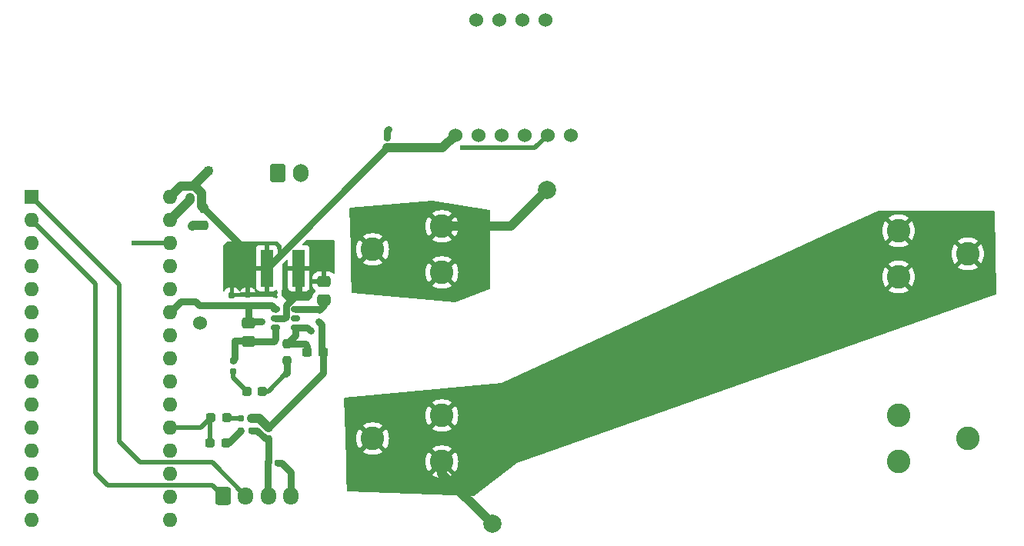
<source format=gbr>
%TF.GenerationSoftware,KiCad,Pcbnew,8.0.8*%
%TF.CreationDate,2025-03-07T18:47:05-08:00*%
%TF.ProjectId,ROCKETRY Camera PCB,524f434b-4554-4525-9920-43616d657261,Rev2.3*%
%TF.SameCoordinates,Original*%
%TF.FileFunction,Copper,L1,Top*%
%TF.FilePolarity,Positive*%
%FSLAX46Y46*%
G04 Gerber Fmt 4.6, Leading zero omitted, Abs format (unit mm)*
G04 Created by KiCad (PCBNEW 8.0.8) date 2025-03-07 18:47:05*
%MOMM*%
%LPD*%
G01*
G04 APERTURE LIST*
G04 Aperture macros list*
%AMRoundRect*
0 Rectangle with rounded corners*
0 $1 Rounding radius*
0 $2 $3 $4 $5 $6 $7 $8 $9 X,Y pos of 4 corners*
0 Add a 4 corners polygon primitive as box body*
4,1,4,$2,$3,$4,$5,$6,$7,$8,$9,$2,$3,0*
0 Add four circle primitives for the rounded corners*
1,1,$1+$1,$2,$3*
1,1,$1+$1,$4,$5*
1,1,$1+$1,$6,$7*
1,1,$1+$1,$8,$9*
0 Add four rect primitives between the rounded corners*
20,1,$1+$1,$2,$3,$4,$5,0*
20,1,$1+$1,$4,$5,$6,$7,0*
20,1,$1+$1,$6,$7,$8,$9,0*
20,1,$1+$1,$8,$9,$2,$3,0*%
G04 Aperture macros list end*
%TA.AperFunction,SMDPad,CuDef*%
%ADD10RoundRect,0.175000X-0.325000X0.175000X-0.325000X-0.175000X0.325000X-0.175000X0.325000X0.175000X0*%
%TD*%
%TA.AperFunction,SMDPad,CuDef*%
%ADD11RoundRect,0.237500X-0.237500X0.250000X-0.237500X-0.250000X0.237500X-0.250000X0.237500X0.250000X0*%
%TD*%
%TA.AperFunction,SMDPad,CuDef*%
%ADD12RoundRect,0.160000X-0.160000X0.197500X-0.160000X-0.197500X0.160000X-0.197500X0.160000X0.197500X0*%
%TD*%
%TA.AperFunction,ComponentPad*%
%ADD13RoundRect,0.250000X-0.600000X-0.725000X0.600000X-0.725000X0.600000X0.725000X-0.600000X0.725000X0*%
%TD*%
%TA.AperFunction,ComponentPad*%
%ADD14O,1.700000X1.950000*%
%TD*%
%TA.AperFunction,ComponentPad*%
%ADD15R,1.600000X1.600000*%
%TD*%
%TA.AperFunction,ComponentPad*%
%ADD16O,1.600000X1.600000*%
%TD*%
%TA.AperFunction,SMDPad,CuDef*%
%ADD17RoundRect,0.155000X0.155000X-0.212500X0.155000X0.212500X-0.155000X0.212500X-0.155000X-0.212500X0*%
%TD*%
%TA.AperFunction,SMDPad,CuDef*%
%ADD18RoundRect,0.237500X0.300000X0.237500X-0.300000X0.237500X-0.300000X-0.237500X0.300000X-0.237500X0*%
%TD*%
%TA.AperFunction,SMDPad,CuDef*%
%ADD19RoundRect,0.237500X-0.287500X-0.237500X0.287500X-0.237500X0.287500X0.237500X-0.287500X0.237500X0*%
%TD*%
%TA.AperFunction,ComponentPad*%
%ADD20R,0.850000X0.850000*%
%TD*%
%TA.AperFunction,SMDPad,CuDef*%
%ADD21RoundRect,0.155000X-0.212500X-0.155000X0.212500X-0.155000X0.212500X0.155000X-0.212500X0.155000X0*%
%TD*%
%TA.AperFunction,SMDPad,CuDef*%
%ADD22RoundRect,0.160000X0.197500X0.160000X-0.197500X0.160000X-0.197500X-0.160000X0.197500X-0.160000X0*%
%TD*%
%TA.AperFunction,ComponentPad*%
%ADD23C,2.590800*%
%TD*%
%TA.AperFunction,SMDPad,CuDef*%
%ADD24RoundRect,0.237500X0.287500X0.237500X-0.287500X0.237500X-0.287500X-0.237500X0.287500X-0.237500X0*%
%TD*%
%TA.AperFunction,SMDPad,CuDef*%
%ADD25C,2.000000*%
%TD*%
%TA.AperFunction,SMDPad,CuDef*%
%ADD26RoundRect,0.155000X-0.155000X0.212500X-0.155000X-0.212500X0.155000X-0.212500X0.155000X0.212500X0*%
%TD*%
%TA.AperFunction,ComponentPad*%
%ADD27RoundRect,0.250000X-0.600000X-0.750000X0.600000X-0.750000X0.600000X0.750000X-0.600000X0.750000X0*%
%TD*%
%TA.AperFunction,ComponentPad*%
%ADD28O,1.700000X2.000000*%
%TD*%
%TA.AperFunction,SMDPad,CuDef*%
%ADD29RoundRect,0.250000X-0.475000X0.337500X-0.475000X-0.337500X0.475000X-0.337500X0.475000X0.337500X0*%
%TD*%
%TA.AperFunction,SMDPad,CuDef*%
%ADD30RoundRect,0.250000X0.475000X-0.337500X0.475000X0.337500X-0.475000X0.337500X-0.475000X-0.337500X0*%
%TD*%
%TA.AperFunction,ComponentPad*%
%ADD31C,1.524000*%
%TD*%
%TA.AperFunction,SMDPad,CuDef*%
%ADD32R,1.365000X4.070000*%
%TD*%
%TA.AperFunction,ViaPad*%
%ADD33C,0.600000*%
%TD*%
%TA.AperFunction,Conductor*%
%ADD34C,0.508000*%
%TD*%
%TA.AperFunction,Conductor*%
%ADD35C,1.016000*%
%TD*%
%TA.AperFunction,Conductor*%
%ADD36C,0.762000*%
%TD*%
G04 APERTURE END LIST*
D10*
%TO.P,U2,1,GND*%
%TO.N,GND*%
X113820000Y-93490000D03*
%TO.P,U2,2,SW*%
%TO.N,Net-(U2-SW)*%
X113820000Y-94490000D03*
%TO.P,U2,3,VIN*%
%TO.N,Net-(J1-Pin_1)*%
X113820000Y-95490000D03*
%TO.P,U2,6,BST*%
%TO.N,Net-(U2-BST)*%
X116020000Y-93490000D03*
%TO.P,U2,5,EN*%
%TO.N,unconnected-(U2-EN-Pad5)*%
X116020000Y-94490000D03*
%TO.P,U2,4,FB*%
%TO.N,Net-(U2-FB)*%
X116020000Y-95490000D03*
%TD*%
D11*
%TO.P,R3,1*%
%TO.N,Net-(U2-FB)*%
X115040000Y-97297500D03*
%TO.P,R3,2*%
%TO.N,GND*%
X115040000Y-99122500D03*
%TD*%
D12*
%TO.P,R5,1*%
%TO.N,+5V*%
X113000000Y-106502500D03*
%TO.P,R5,2*%
%TO.N,Net-(J2-Pin_3)*%
X113000000Y-107697500D03*
%TD*%
D13*
%TO.P,J2,1,Pin_1*%
%TO.N,Net-(A1-D0{slash}RX)*%
X108010000Y-114029000D03*
D14*
%TO.P,J2,2,Pin_2*%
%TO.N,Net-(A1-D1{slash}TX)*%
X110510000Y-114029000D03*
%TO.P,J2,3,Pin_3*%
%TO.N,Net-(J2-Pin_3)*%
X113010000Y-114029000D03*
%TO.P,J2,4,Pin_4*%
%TO.N,GND*%
X115510000Y-114029000D03*
%TD*%
D15*
%TO.P,A1,1,D1/TX*%
%TO.N,Net-(A1-D1{slash}TX)*%
X86960000Y-81100000D03*
D16*
%TO.P,A1,2,D0/RX*%
%TO.N,Net-(A1-D0{slash}RX)*%
X86960000Y-83640000D03*
%TO.P,A1,3,~{RESET}*%
%TO.N,Net-(A1-~{RESET}-Pad28)*%
X86960000Y-86180000D03*
%TO.P,A1,4,GND*%
%TO.N,GND*%
X86960000Y-88720000D03*
%TO.P,A1,5,D2*%
X86960000Y-91260000D03*
%TO.P,A1,6,D3*%
X86960000Y-93800000D03*
%TO.P,A1,7,D4*%
X86960000Y-96340000D03*
%TO.P,A1,8,D5*%
X86960000Y-98880000D03*
%TO.P,A1,9,D6*%
X86960000Y-101420000D03*
%TO.P,A1,10,D7*%
X86960000Y-103960000D03*
%TO.P,A1,11,D8*%
X86960000Y-106500000D03*
%TO.P,A1,12,D9*%
X86960000Y-109040000D03*
%TO.P,A1,13,D10*%
X86960000Y-111580000D03*
%TO.P,A1,14,D11*%
X86960000Y-114120000D03*
%TO.P,A1,15,D12*%
X86960000Y-116660000D03*
%TO.P,A1,16,D13*%
X102200000Y-116660000D03*
%TO.P,A1,17,3V3*%
%TO.N,unconnected-(A1-3V3-Pad17)*%
X102200000Y-114120000D03*
%TO.P,A1,18,AREF*%
%TO.N,GND*%
X102200000Y-111580000D03*
%TO.P,A1,19,A0*%
X102200000Y-109040000D03*
%TO.P,A1,20,A1*%
X102200000Y-106500000D03*
%TO.P,A1,21,A2*%
X102200000Y-103960000D03*
%TO.P,A1,22,A3*%
X102200000Y-101420000D03*
%TO.P,A1,23,A4*%
%TO.N,/SDA*%
X102200000Y-98880000D03*
%TO.P,A1,24,A5*%
%TO.N,/SCL*%
X102200000Y-96340000D03*
%TO.P,A1,25,A6*%
%TO.N,GND*%
X102200000Y-93800000D03*
%TO.P,A1,26,A7*%
X102200000Y-91260000D03*
%TO.P,A1,27,+5V*%
%TO.N,Net-(A1-+5V)*%
X102200000Y-88720000D03*
%TO.P,A1,28,~{RESET}*%
%TO.N,Net-(A1-~{RESET}-Pad28)*%
X102200000Y-86180000D03*
%TO.P,A1,29,GND*%
%TO.N,GND*%
X102200000Y-83640000D03*
%TO.P,A1,30,VIN*%
%TO.N,+5V*%
X102200000Y-81100000D03*
%TD*%
D11*
%TO.P,R8,1*%
%TO.N,+5V*%
X105918000Y-82399500D03*
%TO.P,R8,2*%
%TO.N,Net-(A1-~{RESET}-Pad28)*%
X105918000Y-84224500D03*
%TD*%
D17*
%TO.P,C1,1*%
%TO.N,+5V*%
X126100000Y-75700000D03*
%TO.P,C1,2*%
%TO.N,GND*%
X126100000Y-74565000D03*
%TD*%
D18*
%TO.P,C4,1*%
%TO.N,+5V*%
X119002500Y-98220000D03*
%TO.P,C4,2*%
%TO.N,Net-(U2-FB)*%
X117277500Y-98220000D03*
%TD*%
D19*
%TO.P,D2,1,K*%
%TO.N,GND*%
X106593000Y-108221000D03*
%TO.P,D2,2,A*%
%TO.N,Net-(D2-A)*%
X108343000Y-108221000D03*
%TD*%
%TO.P,D3,1,K*%
%TO.N,GND*%
X106693000Y-105396000D03*
%TO.P,D3,2,A*%
%TO.N,Net-(D3-A)*%
X108443000Y-105396000D03*
%TD*%
D20*
%TO.P,J5,1,Pin_1*%
%TO.N,+5V*%
X106426000Y-78232000D03*
%TD*%
D21*
%TO.P,C5,1*%
%TO.N,Net-(J2-Pin_3)*%
X112932500Y-110400000D03*
%TO.P,C5,2*%
%TO.N,GND*%
X114067500Y-110400000D03*
%TD*%
D12*
%TO.P,R1,1*%
%TO.N,Net-(J1-Pin_1)*%
X109100000Y-99100000D03*
%TO.P,R1,2*%
%TO.N,Net-(D1-A)*%
X109100000Y-100295000D03*
%TD*%
D22*
%TO.P,R4,1*%
%TO.N,Net-(J2-Pin_3)*%
X111200000Y-106800000D03*
%TO.P,R4,2*%
%TO.N,Net-(D2-A)*%
X110005000Y-106800000D03*
%TD*%
D23*
%TO.P,BT2,1,+*%
%TO.N,+BATT*%
X124492000Y-107696000D03*
X132112000Y-105156000D03*
X132112000Y-110236000D03*
%TO.P,BT2,2,-*%
%TO.N,GND*%
X182372000Y-105156000D03*
X182372000Y-110236000D03*
X189992000Y-107696000D03*
%TD*%
%TO.P,BT1,1,+*%
%TO.N,VCC*%
X124492000Y-86868000D03*
X132112000Y-84328000D03*
X132112000Y-89408000D03*
%TO.P,BT1,2,-*%
%TO.N,+BATT*%
X182372000Y-84828000D03*
X182372000Y-89908000D03*
X189992000Y-87368000D03*
%TD*%
D22*
%TO.P,R7,1*%
%TO.N,+5V*%
X111165500Y-105496000D03*
%TO.P,R7,2*%
%TO.N,Net-(D3-A)*%
X109970500Y-105496000D03*
%TD*%
D24*
%TO.P,D1,1,K*%
%TO.N,GND*%
X112375000Y-102500000D03*
%TO.P,D1,2,A*%
%TO.N,Net-(D1-A)*%
X110625000Y-102500000D03*
%TD*%
D25*
%TO.P,BATT2,1,1*%
%TO.N,VCC*%
X143700000Y-80300000D03*
%TD*%
D26*
%TO.P,C8,1*%
%TO.N,+5V*%
X110770000Y-91865000D03*
%TO.P,C8,2*%
%TO.N,GND*%
X110770000Y-93000000D03*
%TD*%
%TO.P,C6,2*%
%TO.N,GND*%
X109000000Y-93030000D03*
%TO.P,C6,1*%
%TO.N,+5V*%
X109000000Y-91895000D03*
%TD*%
D27*
%TO.P,J1,1,Pin_1*%
%TO.N,Net-(J1-Pin_1)*%
X114066000Y-78469000D03*
D28*
%TO.P,J1,2,Pin_2*%
%TO.N,VCC*%
X116566000Y-78469000D03*
%TD*%
D29*
%TO.P,C3,1*%
%TO.N,Net-(U2-SW)*%
X119100000Y-90382500D03*
%TO.P,C3,2*%
%TO.N,Net-(U2-BST)*%
X119100000Y-92457500D03*
%TD*%
D25*
%TO.P,BATT1,1,1*%
%TO.N,+BATT*%
X137668000Y-117094000D03*
%TD*%
D30*
%TO.P,C2,1*%
%TO.N,Net-(J1-Pin_1)*%
X110800000Y-97037500D03*
%TO.P,C2,2*%
%TO.N,GND*%
X110800000Y-94962500D03*
%TD*%
D31*
%TO.P,J4,1,Pin_1*%
%TO.N,Net-(A1-+5V)*%
X105500000Y-95000000D03*
%TD*%
D22*
%TO.P,R2,1*%
%TO.N,+5V*%
X118847500Y-95850000D03*
%TO.P,R2,2*%
%TO.N,Net-(U2-FB)*%
X117652500Y-95850000D03*
%TD*%
D31*
%TO.P,U1,1,GND*%
%TO.N,GND*%
X135880000Y-61600000D03*
%TO.P,U1,2,I2*%
X138420000Y-61600000D03*
%TO.P,U1,3,SNO*%
X140960000Y-61600000D03*
%TO.P,U1,4,CS*%
X143500000Y-61600000D03*
%TO.P,U1,5,VIN*%
%TO.N,+5V*%
X133594000Y-74300000D03*
%TO.P,U1,6,GND*%
%TO.N,GND*%
X138674000Y-74300000D03*
%TO.P,U1,7,SCL*%
%TO.N,/SCL*%
X141214000Y-74300000D03*
%TO.P,U1,8,SDA*%
%TO.N,/SDA*%
X143754000Y-74300000D03*
%TO.P,U1,9,INT*%
%TO.N,GND*%
X146294000Y-74300000D03*
%TO.P,U1,10,3Vo*%
%TO.N,unconnected-(U1-3Vo-Pad10)*%
X136134000Y-74300000D03*
%TD*%
D17*
%TO.P,C7,1*%
%TO.N,GND*%
X104400000Y-81067500D03*
%TO.P,C7,2*%
%TO.N,+5V*%
X104400000Y-79932500D03*
%TD*%
D32*
%TO.P,L1,1,1*%
%TO.N,Net-(U2-SW)*%
X116350000Y-88940000D03*
%TO.P,L1,2,2*%
%TO.N,+5V*%
X112822500Y-88925000D03*
%TD*%
D33*
%TO.N,Net-(J1-Pin_1)*%
X109300000Y-96900000D03*
%TO.N,GND*%
X112300000Y-94800000D03*
X114900000Y-100600000D03*
%TO.N,+5V*%
X110700000Y-90400000D03*
X118500000Y-94800000D03*
%TO.N,GND*%
X126238000Y-73660000D03*
%TO.N,Net-(A1-~{RESET}-Pad28)*%
X104648000Y-84328000D03*
X98200000Y-86200000D03*
%TO.N,/SDA*%
X134366000Y-75692000D03*
%TD*%
D34*
%TO.N,GND*%
X106593000Y-105496000D02*
X106693000Y-105396000D01*
X106593000Y-108221000D02*
X106593000Y-105496000D01*
D35*
%TO.N,Net-(A1-~{RESET}-Pad28)*%
X104648000Y-84328000D02*
X104751500Y-84224500D01*
X104751500Y-84224500D02*
X105918000Y-84224500D01*
D34*
X102180000Y-86200000D02*
X102200000Y-86180000D01*
X98200000Y-86200000D02*
X102180000Y-86200000D01*
%TO.N,Net-(A1-D0{slash}RX)*%
X94000000Y-111500000D02*
X95334000Y-112834000D01*
X94000000Y-90680000D02*
X94000000Y-111500000D01*
X95334000Y-112834000D02*
X106815000Y-112834000D01*
X106815000Y-112834000D02*
X108010000Y-114029000D01*
X86960000Y-83640000D02*
X94000000Y-90680000D01*
%TO.N,Net-(A1-D1{slash}TX)*%
X106807000Y-110326000D02*
X110510000Y-114029000D01*
X96600000Y-108000000D02*
X98926000Y-110326000D01*
X96600000Y-90740000D02*
X96600000Y-108000000D01*
X86960000Y-81100000D02*
X96600000Y-90740000D01*
X98926000Y-110326000D02*
X106807000Y-110326000D01*
D36*
%TO.N,+5V*%
X126047500Y-75700000D02*
X126100000Y-75700000D01*
X112822500Y-88925000D02*
X126047500Y-75700000D01*
D35*
X104903684Y-79932500D02*
X104400000Y-79932500D01*
X105664000Y-80692816D02*
X104903684Y-79932500D01*
X105664000Y-81026000D02*
X105664000Y-80692816D01*
D36*
X119002500Y-100500000D02*
X113000000Y-106502500D01*
X119002500Y-98220000D02*
X119002500Y-100500000D01*
D34*
%TO.N,GND*%
X113000000Y-102500000D02*
X114900000Y-100600000D01*
X112375000Y-102500000D02*
X113000000Y-102500000D01*
%TO.N,Net-(D1-A)*%
X109100000Y-100975000D02*
X110625000Y-102500000D01*
X109100000Y-100295000D02*
X109100000Y-100975000D01*
D36*
%TO.N,Net-(J1-Pin_1)*%
X109300000Y-98900000D02*
X109100000Y-99100000D01*
X109300000Y-96900000D02*
X109300000Y-98900000D01*
X110662500Y-96900000D02*
X110800000Y-97037500D01*
X109300000Y-96900000D02*
X110662500Y-96900000D01*
%TO.N,GND*%
X112300000Y-94800000D02*
X110962500Y-94800000D01*
X110962500Y-94800000D02*
X110800000Y-94962500D01*
X109030000Y-93000000D02*
X109000000Y-93030000D01*
X110770000Y-93000000D02*
X109030000Y-93000000D01*
X115040000Y-100460000D02*
X114900000Y-100600000D01*
X115040000Y-99122500D02*
X115040000Y-100460000D01*
%TO.N,+5V*%
X110700000Y-87181500D02*
X105918000Y-82399500D01*
X110700000Y-90400000D02*
X110700000Y-87181500D01*
X118847500Y-95147500D02*
X118500000Y-94800000D01*
X118847500Y-95850000D02*
X118847500Y-95147500D01*
%TO.N,GND*%
X103400000Y-92600000D02*
X102200000Y-93800000D01*
X109000000Y-93030000D02*
X105435289Y-93030000D01*
X105435289Y-93030000D02*
X105005289Y-92600000D01*
X105005289Y-92600000D02*
X103400000Y-92600000D01*
X113400000Y-93000000D02*
X110770000Y-93000000D01*
X113820000Y-93420000D02*
X113400000Y-93000000D01*
X113820000Y-93490000D02*
X113820000Y-93420000D01*
X110800000Y-93030000D02*
X110770000Y-93000000D01*
X110800000Y-94962500D02*
X110800000Y-93030000D01*
%TO.N,Net-(J1-Pin_1)*%
X112862500Y-97037500D02*
X110800000Y-97037500D01*
X113600000Y-97000000D02*
X112900000Y-97000000D01*
X112900000Y-97000000D02*
X112862500Y-97037500D01*
X113820000Y-96780000D02*
X113600000Y-97000000D01*
X113820000Y-95490000D02*
X113820000Y-96780000D01*
%TO.N,+5V*%
X118847500Y-98065000D02*
X119002500Y-98220000D01*
X118847500Y-95850000D02*
X118847500Y-98065000D01*
%TO.N,Net-(U2-FB)*%
X117277500Y-98220000D02*
X117277500Y-97477500D01*
X117277500Y-97477500D02*
X117097500Y-97297500D01*
X117097500Y-97297500D02*
X115040000Y-97297500D01*
X116020000Y-96317500D02*
X115040000Y-97297500D01*
X116020000Y-95490000D02*
X116020000Y-96317500D01*
X117650000Y-95850000D02*
X117290000Y-95490000D01*
X117652500Y-95850000D02*
X117650000Y-95850000D01*
X117290000Y-95490000D02*
X116020000Y-95490000D01*
%TO.N,Net-(U2-BST)*%
X118590000Y-93490000D02*
X116020000Y-93490000D01*
X118600000Y-93500000D02*
X118590000Y-93490000D01*
X119100000Y-93000000D02*
X118600000Y-93500000D01*
X119100000Y-92457500D02*
X119100000Y-93000000D01*
%TO.N,Net-(U2-SW)*%
X116300000Y-88990000D02*
X116350000Y-88940000D01*
X116136004Y-91800000D02*
X116300000Y-91800000D01*
X114939000Y-92997004D02*
X116136004Y-91800000D01*
X114939000Y-94261000D02*
X114939000Y-92997004D01*
X116300000Y-91800000D02*
X116300000Y-88990000D01*
X114700000Y-94500000D02*
X114939000Y-94261000D01*
X114690000Y-94490000D02*
X114700000Y-94500000D01*
X113820000Y-94490000D02*
X114690000Y-94490000D01*
D35*
%TO.N,GND*%
X104400000Y-81440000D02*
X104400000Y-81148500D01*
D36*
X126100000Y-74565000D02*
X126100000Y-73798000D01*
X115510000Y-111410000D02*
X115510000Y-114029000D01*
D35*
X102200000Y-83640000D02*
X104400000Y-81440000D01*
D36*
X114067500Y-110400000D02*
X114500000Y-110400000D01*
D34*
X102200000Y-106500000D02*
X105589000Y-106500000D01*
D36*
X126100000Y-73798000D02*
X126238000Y-73660000D01*
D34*
X105589000Y-106500000D02*
X106693000Y-105396000D01*
D36*
X114500000Y-110400000D02*
X115510000Y-111410000D01*
D35*
%TO.N,+5V*%
X105664000Y-82145500D02*
X105918000Y-82399500D01*
X104725500Y-79932500D02*
X106426000Y-78232000D01*
X111165500Y-105496000D02*
X111993500Y-105496000D01*
X105664000Y-81026000D02*
X105664000Y-82145500D01*
X104400000Y-79932500D02*
X104725500Y-79932500D01*
X132194000Y-75700000D02*
X126100000Y-75700000D01*
X102200000Y-81100000D02*
X103367500Y-79932500D01*
X111993500Y-105496000D02*
X113000000Y-106502500D01*
X133594000Y-74300000D02*
X132194000Y-75700000D01*
X103367500Y-79932500D02*
X104400000Y-79932500D01*
D36*
%TO.N,Net-(D2-A)*%
X108343000Y-108221000D02*
X108584000Y-108221000D01*
X108584000Y-108221000D02*
X110005000Y-106800000D01*
D34*
%TO.N,Net-(D3-A)*%
X108543000Y-105496000D02*
X108443000Y-105396000D01*
X109970500Y-105496000D02*
X108543000Y-105496000D01*
%TO.N,/SDA*%
X142362000Y-75692000D02*
X143754000Y-74300000D01*
X134366000Y-75692000D02*
X142362000Y-75692000D01*
D35*
%TO.N,+BATT*%
X132112000Y-111538000D02*
X137668000Y-117094000D01*
X132112000Y-110236000D02*
X132112000Y-111538000D01*
%TO.N,VCC*%
X132112000Y-84328000D02*
X139672000Y-84328000D01*
X139672000Y-84328000D02*
X143700000Y-80300000D01*
D36*
%TO.N,Net-(J2-Pin_3)*%
X112932500Y-113951500D02*
X113010000Y-114029000D01*
X111757422Y-106800000D02*
X112654922Y-107697500D01*
X111200000Y-106800000D02*
X111757422Y-106800000D01*
X112654922Y-107697500D02*
X113000000Y-107697500D01*
X113000000Y-110332500D02*
X112932500Y-110400000D01*
X113000000Y-107697500D02*
X113000000Y-110332500D01*
X112932500Y-110400000D02*
X112932500Y-113951500D01*
%TD*%
%TA.AperFunction,Conductor*%
%TO.N,VCC*%
G36*
X131078875Y-81536380D02*
G01*
X137309592Y-82533294D01*
X137372678Y-82563323D01*
X137409516Y-82622693D01*
X137414000Y-82655737D01*
X137414000Y-91102048D01*
X137394315Y-91169087D01*
X137341511Y-91214842D01*
X137336052Y-91217179D01*
X133631514Y-92698994D01*
X133574483Y-92707376D01*
X122283992Y-91703777D01*
X122218959Y-91678234D01*
X122178059Y-91621586D01*
X122171016Y-91583617D01*
X122112216Y-89407995D01*
X130311566Y-89407995D01*
X130311566Y-89408004D01*
X130331673Y-89676331D01*
X130331674Y-89676336D01*
X130391550Y-89938673D01*
X130391556Y-89938692D01*
X130489865Y-90189179D01*
X130489864Y-90189179D01*
X130624414Y-90422224D01*
X130677567Y-90488877D01*
X130677568Y-90488877D01*
X131311140Y-89855304D01*
X131401739Y-89990896D01*
X131529104Y-90118261D01*
X131664693Y-90208858D01*
X131030159Y-90843392D01*
X131211789Y-90967225D01*
X131211790Y-90967226D01*
X131454222Y-91083974D01*
X131454241Y-91083981D01*
X131711353Y-91163289D01*
X131711363Y-91163291D01*
X131977447Y-91203399D01*
X131977453Y-91203400D01*
X132246547Y-91203400D01*
X132246552Y-91203399D01*
X132512636Y-91163291D01*
X132512646Y-91163289D01*
X132769758Y-91083981D01*
X132769777Y-91083974D01*
X133012209Y-90967226D01*
X133012219Y-90967219D01*
X133193839Y-90843392D01*
X132559306Y-90208858D01*
X132694896Y-90118261D01*
X132822261Y-89990896D01*
X132912858Y-89855305D01*
X133546430Y-90488877D01*
X133546431Y-90488876D01*
X133599581Y-90422230D01*
X133599588Y-90422219D01*
X133734134Y-90189179D01*
X133832443Y-89938692D01*
X133832449Y-89938673D01*
X133892325Y-89676336D01*
X133892326Y-89676331D01*
X133912434Y-89408004D01*
X133912434Y-89407995D01*
X133892326Y-89139668D01*
X133892325Y-89139663D01*
X133832449Y-88877326D01*
X133832443Y-88877307D01*
X133734134Y-88626820D01*
X133734135Y-88626820D01*
X133599585Y-88393775D01*
X133546431Y-88327121D01*
X132912858Y-88960693D01*
X132822261Y-88825104D01*
X132694896Y-88697739D01*
X132559305Y-88607140D01*
X133193839Y-87972606D01*
X133012210Y-87848774D01*
X133012209Y-87848773D01*
X132769777Y-87732025D01*
X132769758Y-87732018D01*
X132512646Y-87652710D01*
X132512636Y-87652708D01*
X132246552Y-87612600D01*
X131977447Y-87612600D01*
X131711363Y-87652708D01*
X131711353Y-87652710D01*
X131454241Y-87732018D01*
X131454222Y-87732025D01*
X131211790Y-87848773D01*
X131211782Y-87848778D01*
X131030159Y-87972606D01*
X131664694Y-88607140D01*
X131529104Y-88697739D01*
X131401739Y-88825104D01*
X131311140Y-88960694D01*
X130677568Y-88327122D01*
X130624412Y-88393778D01*
X130489865Y-88626820D01*
X130391556Y-88877307D01*
X130391550Y-88877326D01*
X130331674Y-89139663D01*
X130331673Y-89139668D01*
X130311566Y-89407995D01*
X122112216Y-89407995D01*
X122043567Y-86867995D01*
X122691566Y-86867995D01*
X122691566Y-86868004D01*
X122711673Y-87136331D01*
X122711674Y-87136336D01*
X122771550Y-87398673D01*
X122771556Y-87398692D01*
X122869865Y-87649179D01*
X122869864Y-87649179D01*
X123004414Y-87882224D01*
X123057567Y-87948877D01*
X123057568Y-87948877D01*
X123691140Y-87315304D01*
X123781739Y-87450896D01*
X123909104Y-87578261D01*
X124044693Y-87668858D01*
X123410159Y-88303392D01*
X123591789Y-88427225D01*
X123591790Y-88427226D01*
X123834222Y-88543974D01*
X123834241Y-88543981D01*
X124091353Y-88623289D01*
X124091363Y-88623291D01*
X124357447Y-88663399D01*
X124357453Y-88663400D01*
X124626547Y-88663400D01*
X124626552Y-88663399D01*
X124892636Y-88623291D01*
X124892646Y-88623289D01*
X125149758Y-88543981D01*
X125149777Y-88543974D01*
X125392209Y-88427226D01*
X125392219Y-88427219D01*
X125573839Y-88303392D01*
X124939306Y-87668858D01*
X125074896Y-87578261D01*
X125202261Y-87450896D01*
X125292858Y-87315305D01*
X125926430Y-87948877D01*
X125926431Y-87948876D01*
X125979581Y-87882230D01*
X125979588Y-87882219D01*
X126114134Y-87649179D01*
X126212443Y-87398692D01*
X126212449Y-87398673D01*
X126272325Y-87136336D01*
X126272326Y-87136331D01*
X126292434Y-86868004D01*
X126292434Y-86867995D01*
X126272326Y-86599668D01*
X126272325Y-86599663D01*
X126212449Y-86337326D01*
X126212443Y-86337307D01*
X126114134Y-86086820D01*
X126114135Y-86086820D01*
X125979585Y-85853775D01*
X125926431Y-85787121D01*
X125292858Y-86420693D01*
X125202261Y-86285104D01*
X125074896Y-86157739D01*
X124939305Y-86067140D01*
X125573839Y-85432606D01*
X125392210Y-85308774D01*
X125392209Y-85308773D01*
X125149777Y-85192025D01*
X125149758Y-85192018D01*
X124892646Y-85112710D01*
X124892636Y-85112708D01*
X124626552Y-85072600D01*
X124357447Y-85072600D01*
X124091363Y-85112708D01*
X124091353Y-85112710D01*
X123834241Y-85192018D01*
X123834222Y-85192025D01*
X123591790Y-85308773D01*
X123591782Y-85308778D01*
X123410159Y-85432606D01*
X124044694Y-86067140D01*
X123909104Y-86157739D01*
X123781739Y-86285104D01*
X123691140Y-86420694D01*
X123057568Y-85787122D01*
X123004412Y-85853778D01*
X122869865Y-86086820D01*
X122771556Y-86337307D01*
X122771550Y-86337326D01*
X122711674Y-86599663D01*
X122711673Y-86599668D01*
X122691566Y-86867995D01*
X122043567Y-86867995D01*
X121974919Y-84327995D01*
X130311566Y-84327995D01*
X130311566Y-84328004D01*
X130331673Y-84596331D01*
X130331674Y-84596336D01*
X130391550Y-84858673D01*
X130391556Y-84858692D01*
X130489865Y-85109179D01*
X130489864Y-85109179D01*
X130624414Y-85342224D01*
X130677567Y-85408877D01*
X130677568Y-85408877D01*
X131311140Y-84775304D01*
X131401739Y-84910896D01*
X131529104Y-85038261D01*
X131664693Y-85128858D01*
X131030159Y-85763392D01*
X131211789Y-85887225D01*
X131211790Y-85887226D01*
X131454222Y-86003974D01*
X131454241Y-86003981D01*
X131711353Y-86083289D01*
X131711363Y-86083291D01*
X131977447Y-86123399D01*
X131977453Y-86123400D01*
X132246547Y-86123400D01*
X132246552Y-86123399D01*
X132512636Y-86083291D01*
X132512646Y-86083289D01*
X132769758Y-86003981D01*
X132769777Y-86003974D01*
X133012209Y-85887226D01*
X133012219Y-85887219D01*
X133193839Y-85763392D01*
X132559306Y-85128858D01*
X132694896Y-85038261D01*
X132822261Y-84910896D01*
X132912858Y-84775305D01*
X133546430Y-85408877D01*
X133546431Y-85408876D01*
X133599581Y-85342230D01*
X133599588Y-85342219D01*
X133734134Y-85109179D01*
X133832443Y-84858692D01*
X133832449Y-84858673D01*
X133892325Y-84596336D01*
X133892326Y-84596331D01*
X133912434Y-84328004D01*
X133912434Y-84327995D01*
X133892326Y-84059668D01*
X133892325Y-84059663D01*
X133832449Y-83797326D01*
X133832443Y-83797307D01*
X133734134Y-83546820D01*
X133734135Y-83546820D01*
X133599585Y-83313775D01*
X133546431Y-83247121D01*
X132912858Y-83880693D01*
X132822261Y-83745104D01*
X132694896Y-83617739D01*
X132559305Y-83527140D01*
X133193839Y-82892606D01*
X133012210Y-82768774D01*
X133012209Y-82768773D01*
X132769777Y-82652025D01*
X132769758Y-82652018D01*
X132512646Y-82572710D01*
X132512636Y-82572708D01*
X132246552Y-82532600D01*
X131977447Y-82532600D01*
X131711363Y-82572708D01*
X131711353Y-82572710D01*
X131454241Y-82652018D01*
X131454222Y-82652025D01*
X131211790Y-82768773D01*
X131211782Y-82768778D01*
X131030159Y-82892606D01*
X131664694Y-83527140D01*
X131529104Y-83617739D01*
X131401739Y-83745104D01*
X131311140Y-83880694D01*
X130677568Y-83247122D01*
X130624412Y-83313778D01*
X130489865Y-83546820D01*
X130391556Y-83797307D01*
X130391550Y-83797326D01*
X130331674Y-84059663D01*
X130331673Y-84059668D01*
X130311566Y-84327995D01*
X121974919Y-84327995D01*
X121923167Y-82413185D01*
X121941033Y-82345639D01*
X121992582Y-82298474D01*
X122036820Y-82286264D01*
X131048987Y-81535251D01*
X131078875Y-81536380D01*
G37*
%TD.AperFunction*%
%TD*%
%TA.AperFunction,Conductor*%
%TO.N,+BATT*%
G36*
X192891093Y-82603685D02*
G01*
X192936848Y-82656489D01*
X192948037Y-82705928D01*
X193098506Y-91710636D01*
X193079944Y-91777995D01*
X193027912Y-91824626D01*
X193015694Y-91829674D01*
X140399999Y-110350000D01*
X135671549Y-114018419D01*
X135606515Y-114043959D01*
X135591034Y-114044364D01*
X121781282Y-113542192D01*
X121715002Y-113520084D01*
X121671196Y-113465653D01*
X121661868Y-113422715D01*
X121612005Y-112031399D01*
X121547660Y-110235995D01*
X130311566Y-110235995D01*
X130311566Y-110236004D01*
X130331673Y-110504331D01*
X130331674Y-110504336D01*
X130391550Y-110766673D01*
X130391556Y-110766692D01*
X130489865Y-111017179D01*
X130489864Y-111017179D01*
X130624414Y-111250224D01*
X130677567Y-111316877D01*
X130677568Y-111316877D01*
X131311140Y-110683304D01*
X131401739Y-110818896D01*
X131529104Y-110946261D01*
X131664693Y-111036858D01*
X131030159Y-111671392D01*
X131211789Y-111795225D01*
X131211790Y-111795226D01*
X131454222Y-111911974D01*
X131454241Y-111911981D01*
X131711353Y-111991289D01*
X131711363Y-111991291D01*
X131977447Y-112031399D01*
X131977453Y-112031400D01*
X132246547Y-112031400D01*
X132246552Y-112031399D01*
X132512636Y-111991291D01*
X132512646Y-111991289D01*
X132769758Y-111911981D01*
X132769777Y-111911974D01*
X133012209Y-111795226D01*
X133012219Y-111795219D01*
X133193839Y-111671392D01*
X132559306Y-111036858D01*
X132694896Y-110946261D01*
X132822261Y-110818896D01*
X132912858Y-110683305D01*
X133546430Y-111316877D01*
X133546431Y-111316876D01*
X133599581Y-111250230D01*
X133599588Y-111250219D01*
X133734134Y-111017179D01*
X133832443Y-110766692D01*
X133832449Y-110766673D01*
X133892325Y-110504336D01*
X133892326Y-110504331D01*
X133912434Y-110236004D01*
X133912434Y-110235995D01*
X133892326Y-109967668D01*
X133892325Y-109967663D01*
X133832449Y-109705326D01*
X133832443Y-109705307D01*
X133734134Y-109454820D01*
X133734135Y-109454820D01*
X133599585Y-109221775D01*
X133546431Y-109155121D01*
X132912858Y-109788693D01*
X132822261Y-109653104D01*
X132694896Y-109525739D01*
X132559305Y-109435140D01*
X133193839Y-108800606D01*
X133012210Y-108676774D01*
X133012209Y-108676773D01*
X132769777Y-108560025D01*
X132769758Y-108560018D01*
X132512646Y-108480710D01*
X132512636Y-108480708D01*
X132246552Y-108440600D01*
X131977447Y-108440600D01*
X131711363Y-108480708D01*
X131711353Y-108480710D01*
X131454241Y-108560018D01*
X131454222Y-108560025D01*
X131211790Y-108676773D01*
X131211782Y-108676778D01*
X131030159Y-108800606D01*
X131664694Y-109435140D01*
X131529104Y-109525739D01*
X131401739Y-109653104D01*
X131311140Y-109788694D01*
X130677568Y-109155122D01*
X130624412Y-109221778D01*
X130489865Y-109454820D01*
X130391556Y-109705307D01*
X130391550Y-109705326D01*
X130331674Y-109967663D01*
X130331673Y-109967668D01*
X130311566Y-110235995D01*
X121547660Y-110235995D01*
X121456629Y-107695995D01*
X122691566Y-107695995D01*
X122691566Y-107696004D01*
X122711673Y-107964331D01*
X122711674Y-107964336D01*
X122771550Y-108226673D01*
X122771556Y-108226692D01*
X122869865Y-108477179D01*
X122869864Y-108477179D01*
X123004414Y-108710224D01*
X123057567Y-108776877D01*
X123057568Y-108776877D01*
X123691140Y-108143304D01*
X123781739Y-108278896D01*
X123909104Y-108406261D01*
X124044693Y-108496858D01*
X123410159Y-109131392D01*
X123591789Y-109255225D01*
X123591790Y-109255226D01*
X123834222Y-109371974D01*
X123834241Y-109371981D01*
X124091353Y-109451289D01*
X124091363Y-109451291D01*
X124357447Y-109491399D01*
X124357453Y-109491400D01*
X124626547Y-109491400D01*
X124626552Y-109491399D01*
X124892636Y-109451291D01*
X124892646Y-109451289D01*
X125149758Y-109371981D01*
X125149777Y-109371974D01*
X125392209Y-109255226D01*
X125392219Y-109255219D01*
X125573839Y-109131392D01*
X124939306Y-108496858D01*
X125074896Y-108406261D01*
X125202261Y-108278896D01*
X125292858Y-108143305D01*
X125926430Y-108776877D01*
X125926431Y-108776876D01*
X125979581Y-108710230D01*
X125979588Y-108710219D01*
X126114134Y-108477179D01*
X126212443Y-108226692D01*
X126212449Y-108226673D01*
X126272325Y-107964336D01*
X126272326Y-107964331D01*
X126292434Y-107696004D01*
X126292434Y-107695995D01*
X126272326Y-107427668D01*
X126272325Y-107427663D01*
X126212449Y-107165326D01*
X126212443Y-107165307D01*
X126114134Y-106914820D01*
X126114135Y-106914820D01*
X125979585Y-106681775D01*
X125926431Y-106615121D01*
X125292858Y-107248693D01*
X125202261Y-107113104D01*
X125074896Y-106985739D01*
X124939305Y-106895140D01*
X125573839Y-106260606D01*
X125392210Y-106136774D01*
X125392209Y-106136773D01*
X125149777Y-106020025D01*
X125149758Y-106020018D01*
X124892646Y-105940710D01*
X124892636Y-105940708D01*
X124626552Y-105900600D01*
X124357447Y-105900600D01*
X124091363Y-105940708D01*
X124091353Y-105940710D01*
X123834241Y-106020018D01*
X123834222Y-106020025D01*
X123591790Y-106136773D01*
X123591782Y-106136778D01*
X123410159Y-106260606D01*
X124044694Y-106895140D01*
X123909104Y-106985739D01*
X123781739Y-107113104D01*
X123691140Y-107248694D01*
X123057568Y-106615122D01*
X123004412Y-106681778D01*
X122869865Y-106914820D01*
X122771556Y-107165307D01*
X122771550Y-107165326D01*
X122711674Y-107427663D01*
X122711673Y-107427668D01*
X122691566Y-107695995D01*
X121456629Y-107695995D01*
X121365598Y-105155995D01*
X130311566Y-105155995D01*
X130311566Y-105156004D01*
X130331673Y-105424331D01*
X130331674Y-105424336D01*
X130391550Y-105686673D01*
X130391556Y-105686692D01*
X130489865Y-105937179D01*
X130489864Y-105937179D01*
X130624414Y-106170224D01*
X130677567Y-106236877D01*
X130677568Y-106236877D01*
X131311140Y-105603304D01*
X131401739Y-105738896D01*
X131529104Y-105866261D01*
X131664693Y-105956858D01*
X131030159Y-106591392D01*
X131211789Y-106715225D01*
X131211790Y-106715226D01*
X131454222Y-106831974D01*
X131454241Y-106831981D01*
X131711353Y-106911289D01*
X131711363Y-106911291D01*
X131977447Y-106951399D01*
X131977453Y-106951400D01*
X132246547Y-106951400D01*
X132246552Y-106951399D01*
X132512636Y-106911291D01*
X132512646Y-106911289D01*
X132769758Y-106831981D01*
X132769777Y-106831974D01*
X133012209Y-106715226D01*
X133012219Y-106715219D01*
X133193839Y-106591392D01*
X132559306Y-105956858D01*
X132694896Y-105866261D01*
X132822261Y-105738896D01*
X132912858Y-105603305D01*
X133546430Y-106236877D01*
X133546431Y-106236876D01*
X133599581Y-106170230D01*
X133599588Y-106170219D01*
X133734134Y-105937179D01*
X133832443Y-105686692D01*
X133832449Y-105686673D01*
X133892325Y-105424336D01*
X133892326Y-105424331D01*
X133912434Y-105156004D01*
X133912434Y-105155995D01*
X133892326Y-104887668D01*
X133892325Y-104887663D01*
X133832449Y-104625326D01*
X133832443Y-104625307D01*
X133734134Y-104374820D01*
X133734135Y-104374820D01*
X133599585Y-104141775D01*
X133546431Y-104075121D01*
X132912858Y-104708693D01*
X132822261Y-104573104D01*
X132694896Y-104445739D01*
X132559305Y-104355140D01*
X133193839Y-103720606D01*
X133012210Y-103596774D01*
X133012209Y-103596773D01*
X132769777Y-103480025D01*
X132769758Y-103480018D01*
X132512646Y-103400710D01*
X132512636Y-103400708D01*
X132246552Y-103360600D01*
X131977447Y-103360600D01*
X131711363Y-103400708D01*
X131711353Y-103400710D01*
X131454241Y-103480018D01*
X131454222Y-103480025D01*
X131211790Y-103596773D01*
X131211782Y-103596778D01*
X131030159Y-103720606D01*
X131664694Y-104355140D01*
X131529104Y-104445739D01*
X131401739Y-104573104D01*
X131311140Y-104708694D01*
X130677568Y-104075122D01*
X130624412Y-104141778D01*
X130489865Y-104374820D01*
X130391556Y-104625307D01*
X130391550Y-104625326D01*
X130331674Y-104887663D01*
X130331673Y-104887668D01*
X130311566Y-105155995D01*
X121365598Y-105155995D01*
X121300198Y-103331149D01*
X121317468Y-103263451D01*
X121368600Y-103215834D01*
X121412730Y-103203235D01*
X138646000Y-101614000D01*
X138646003Y-101613999D01*
X164204829Y-89907995D01*
X180571566Y-89907995D01*
X180571566Y-89908004D01*
X180591673Y-90176331D01*
X180591674Y-90176336D01*
X180651550Y-90438673D01*
X180651556Y-90438692D01*
X180749865Y-90689179D01*
X180749864Y-90689179D01*
X180884414Y-90922224D01*
X180937567Y-90988877D01*
X180937568Y-90988877D01*
X181571140Y-90355304D01*
X181661739Y-90490896D01*
X181789104Y-90618261D01*
X181924693Y-90708858D01*
X181290159Y-91343392D01*
X181471789Y-91467225D01*
X181471790Y-91467226D01*
X181714222Y-91583974D01*
X181714241Y-91583981D01*
X181971353Y-91663289D01*
X181971363Y-91663291D01*
X182237447Y-91703399D01*
X182237453Y-91703400D01*
X182506547Y-91703400D01*
X182506552Y-91703399D01*
X182772636Y-91663291D01*
X182772646Y-91663289D01*
X183029758Y-91583981D01*
X183029777Y-91583974D01*
X183272209Y-91467226D01*
X183272219Y-91467219D01*
X183453839Y-91343392D01*
X182819306Y-90708858D01*
X182954896Y-90618261D01*
X183082261Y-90490896D01*
X183172858Y-90355305D01*
X183806430Y-90988877D01*
X183806431Y-90988876D01*
X183859581Y-90922230D01*
X183859588Y-90922219D01*
X183994134Y-90689179D01*
X184092443Y-90438692D01*
X184092449Y-90438673D01*
X184152325Y-90176336D01*
X184152326Y-90176331D01*
X184172434Y-89908004D01*
X184172434Y-89907995D01*
X184152326Y-89639668D01*
X184152325Y-89639663D01*
X184092449Y-89377326D01*
X184092443Y-89377307D01*
X183994134Y-89126820D01*
X183994135Y-89126820D01*
X183859585Y-88893775D01*
X183806431Y-88827121D01*
X183172858Y-89460693D01*
X183082261Y-89325104D01*
X182954896Y-89197739D01*
X182819305Y-89107140D01*
X183453839Y-88472606D01*
X183272210Y-88348774D01*
X183272209Y-88348773D01*
X183029777Y-88232025D01*
X183029758Y-88232018D01*
X182772646Y-88152710D01*
X182772636Y-88152708D01*
X182506552Y-88112600D01*
X182237447Y-88112600D01*
X181971363Y-88152708D01*
X181971353Y-88152710D01*
X181714241Y-88232018D01*
X181714222Y-88232025D01*
X181471790Y-88348773D01*
X181471782Y-88348778D01*
X181290159Y-88472606D01*
X181924694Y-89107140D01*
X181789104Y-89197739D01*
X181661739Y-89325104D01*
X181571140Y-89460694D01*
X180937568Y-88827122D01*
X180884412Y-88893778D01*
X180749865Y-89126820D01*
X180651556Y-89377307D01*
X180651550Y-89377326D01*
X180591674Y-89639663D01*
X180591673Y-89639668D01*
X180571566Y-89907995D01*
X164204829Y-89907995D01*
X169750652Y-87367995D01*
X188191566Y-87367995D01*
X188191566Y-87368004D01*
X188211673Y-87636331D01*
X188211674Y-87636336D01*
X188271550Y-87898673D01*
X188271556Y-87898692D01*
X188369865Y-88149179D01*
X188369864Y-88149179D01*
X188504414Y-88382224D01*
X188557567Y-88448877D01*
X188557568Y-88448877D01*
X189191140Y-87815304D01*
X189281739Y-87950896D01*
X189409104Y-88078261D01*
X189544693Y-88168858D01*
X188910159Y-88803392D01*
X189091789Y-88927225D01*
X189091790Y-88927226D01*
X189334222Y-89043974D01*
X189334241Y-89043981D01*
X189591353Y-89123289D01*
X189591363Y-89123291D01*
X189857447Y-89163399D01*
X189857453Y-89163400D01*
X190126547Y-89163400D01*
X190126552Y-89163399D01*
X190392636Y-89123291D01*
X190392646Y-89123289D01*
X190649758Y-89043981D01*
X190649777Y-89043974D01*
X190892209Y-88927226D01*
X190892219Y-88927219D01*
X191073839Y-88803392D01*
X190439306Y-88168858D01*
X190574896Y-88078261D01*
X190702261Y-87950896D01*
X190792858Y-87815305D01*
X191426430Y-88448877D01*
X191426431Y-88448876D01*
X191479581Y-88382230D01*
X191479588Y-88382219D01*
X191614134Y-88149179D01*
X191712443Y-87898692D01*
X191712449Y-87898673D01*
X191772325Y-87636336D01*
X191772326Y-87636331D01*
X191792434Y-87368004D01*
X191792434Y-87367995D01*
X191772326Y-87099668D01*
X191772325Y-87099663D01*
X191712449Y-86837326D01*
X191712443Y-86837307D01*
X191614134Y-86586820D01*
X191614135Y-86586820D01*
X191479585Y-86353775D01*
X191426431Y-86287121D01*
X190792858Y-86920693D01*
X190702261Y-86785104D01*
X190574896Y-86657739D01*
X190439305Y-86567140D01*
X191073839Y-85932606D01*
X190892210Y-85808774D01*
X190892209Y-85808773D01*
X190649777Y-85692025D01*
X190649758Y-85692018D01*
X190392646Y-85612710D01*
X190392636Y-85612708D01*
X190126552Y-85572600D01*
X189857447Y-85572600D01*
X189591363Y-85612708D01*
X189591353Y-85612710D01*
X189334241Y-85692018D01*
X189334222Y-85692025D01*
X189091790Y-85808773D01*
X189091782Y-85808778D01*
X188910159Y-85932606D01*
X189544694Y-86567140D01*
X189409104Y-86657739D01*
X189281739Y-86785104D01*
X189191140Y-86920694D01*
X188557568Y-86287122D01*
X188504412Y-86353778D01*
X188369865Y-86586820D01*
X188271556Y-86837307D01*
X188271550Y-86837326D01*
X188211674Y-87099663D01*
X188211673Y-87099668D01*
X188191566Y-87367995D01*
X169750652Y-87367995D01*
X175296474Y-84827995D01*
X180571566Y-84827995D01*
X180571566Y-84828004D01*
X180591673Y-85096331D01*
X180591674Y-85096336D01*
X180651550Y-85358673D01*
X180651556Y-85358692D01*
X180749865Y-85609179D01*
X180749864Y-85609179D01*
X180884414Y-85842224D01*
X180937567Y-85908877D01*
X180937568Y-85908877D01*
X181571140Y-85275304D01*
X181661739Y-85410896D01*
X181789104Y-85538261D01*
X181924693Y-85628858D01*
X181290159Y-86263392D01*
X181471789Y-86387225D01*
X181471790Y-86387226D01*
X181714222Y-86503974D01*
X181714241Y-86503981D01*
X181971353Y-86583289D01*
X181971363Y-86583291D01*
X182237447Y-86623399D01*
X182237453Y-86623400D01*
X182506547Y-86623400D01*
X182506552Y-86623399D01*
X182772636Y-86583291D01*
X182772646Y-86583289D01*
X183029758Y-86503981D01*
X183029777Y-86503974D01*
X183272209Y-86387226D01*
X183272219Y-86387219D01*
X183453839Y-86263392D01*
X182819306Y-85628858D01*
X182954896Y-85538261D01*
X183082261Y-85410896D01*
X183172858Y-85275305D01*
X183806430Y-85908877D01*
X183806431Y-85908876D01*
X183859581Y-85842230D01*
X183859588Y-85842219D01*
X183994134Y-85609179D01*
X184092443Y-85358692D01*
X184092449Y-85358673D01*
X184152325Y-85096336D01*
X184152326Y-85096331D01*
X184172434Y-84828004D01*
X184172434Y-84827995D01*
X184152326Y-84559668D01*
X184152325Y-84559663D01*
X184092449Y-84297326D01*
X184092443Y-84297307D01*
X183994134Y-84046820D01*
X183994135Y-84046820D01*
X183859585Y-83813775D01*
X183806431Y-83747121D01*
X183172858Y-84380693D01*
X183082261Y-84245104D01*
X182954896Y-84117739D01*
X182819305Y-84027140D01*
X183453839Y-83392606D01*
X183272210Y-83268774D01*
X183272209Y-83268773D01*
X183029777Y-83152025D01*
X183029758Y-83152018D01*
X182772646Y-83072710D01*
X182772636Y-83072708D01*
X182506552Y-83032600D01*
X182237447Y-83032600D01*
X181971363Y-83072708D01*
X181971353Y-83072710D01*
X181714241Y-83152018D01*
X181714222Y-83152025D01*
X181471790Y-83268773D01*
X181471782Y-83268778D01*
X181290159Y-83392606D01*
X181924694Y-84027140D01*
X181789104Y-84117739D01*
X181661739Y-84245104D01*
X181571140Y-84380694D01*
X180937568Y-83747122D01*
X180884412Y-83813778D01*
X180749865Y-84046820D01*
X180651556Y-84297307D01*
X180651550Y-84297326D01*
X180591674Y-84559663D01*
X180591673Y-84559668D01*
X180571566Y-84827995D01*
X175296474Y-84827995D01*
X180171411Y-82595262D01*
X180223045Y-82584000D01*
X192824054Y-82584000D01*
X192891093Y-82603685D01*
G37*
%TD.AperFunction*%
%TD*%
%TA.AperFunction,Conductor*%
%TO.N,+5V*%
G36*
X114015677Y-86019685D02*
G01*
X114036319Y-86036319D01*
X114463681Y-86463681D01*
X114497166Y-86525004D01*
X114500000Y-86551362D01*
X114500000Y-87727881D01*
X114480315Y-87794920D01*
X114463681Y-87815562D01*
X114237440Y-88041803D01*
X114220903Y-88060061D01*
X114161307Y-88096532D01*
X114091455Y-88094994D01*
X114033522Y-88055935D01*
X114005903Y-87991756D01*
X114005000Y-87976815D01*
X114005000Y-86842172D01*
X114004999Y-86842155D01*
X113998598Y-86782627D01*
X113998596Y-86782620D01*
X113948354Y-86647913D01*
X113948350Y-86647906D01*
X113862190Y-86532812D01*
X113862187Y-86532809D01*
X113747093Y-86446649D01*
X113747086Y-86446645D01*
X113612379Y-86396403D01*
X113612372Y-86396401D01*
X113552844Y-86390000D01*
X113072500Y-86390000D01*
X113072500Y-91460000D01*
X113552828Y-91460000D01*
X113552844Y-91459999D01*
X113612372Y-91453598D01*
X113612379Y-91453596D01*
X113747086Y-91403354D01*
X113747089Y-91403352D01*
X113805113Y-91359915D01*
X113870576Y-91335497D01*
X113938850Y-91350348D01*
X113988256Y-91399752D01*
X114003408Y-91461247D01*
X114000381Y-91642918D01*
X114000381Y-91642919D01*
X113995446Y-91938996D01*
X113997841Y-91997302D01*
X114000655Y-92025700D01*
X114003860Y-92046011D01*
X114008222Y-92073657D01*
X114009747Y-92083317D01*
X114010758Y-92087168D01*
X114010695Y-92089328D01*
X114010715Y-92089451D01*
X114010691Y-92089454D01*
X114008741Y-92157008D01*
X113969284Y-92214671D01*
X113904917Y-92241848D01*
X113836075Y-92229912D01*
X113821937Y-92221758D01*
X113817547Y-92218825D01*
X113817545Y-92218824D01*
X113817542Y-92218822D01*
X113657128Y-92152377D01*
X113657118Y-92152374D01*
X113486823Y-92118500D01*
X113486821Y-92118500D01*
X113486820Y-92118500D01*
X111634862Y-92118500D01*
X111622942Y-92115000D01*
X109932716Y-92115000D01*
X109931496Y-92115666D01*
X109905138Y-92118500D01*
X109124000Y-92118500D01*
X109056961Y-92098815D01*
X109011206Y-92046011D01*
X109000000Y-91994500D01*
X109000000Y-91895000D01*
X108874000Y-91895000D01*
X108806961Y-91875315D01*
X108761206Y-91822511D01*
X108750000Y-91771000D01*
X108750000Y-91029769D01*
X109250000Y-91029769D01*
X109250000Y-91645000D01*
X109810000Y-91645000D01*
X109812319Y-91642681D01*
X109873642Y-91609196D01*
X109943334Y-91614180D01*
X109944610Y-91615000D01*
X110520000Y-91615000D01*
X111020000Y-91615000D01*
X111580000Y-91615000D01*
X111580000Y-91586357D01*
X111579999Y-91586342D01*
X111577078Y-91549222D01*
X111577077Y-91549216D01*
X111530908Y-91390305D01*
X111529439Y-91386909D01*
X111529081Y-91384016D01*
X111528731Y-91382809D01*
X111528925Y-91382752D01*
X111521252Y-91320601D01*
X111466129Y-91279335D01*
X111458663Y-91268145D01*
X111446662Y-91247852D01*
X111446660Y-91247849D01*
X111329650Y-91130839D01*
X111329642Y-91130833D01*
X111187197Y-91046592D01*
X111187194Y-91046590D01*
X111053830Y-91007844D01*
X111640000Y-91007844D01*
X111646401Y-91067372D01*
X111646403Y-91067383D01*
X111681579Y-91161694D01*
X111685966Y-91223044D01*
X111738554Y-91258343D01*
X111742505Y-91263348D01*
X111782809Y-91317187D01*
X111782812Y-91317190D01*
X111897906Y-91403350D01*
X111897913Y-91403354D01*
X112032620Y-91453596D01*
X112032627Y-91453598D01*
X112092155Y-91459999D01*
X112092172Y-91460000D01*
X112572500Y-91460000D01*
X112572500Y-89175000D01*
X111640000Y-89175000D01*
X111640000Y-91007844D01*
X111053830Y-91007844D01*
X111028280Y-91000421D01*
X111028281Y-91000421D01*
X111020000Y-90999769D01*
X111020000Y-91615000D01*
X110520000Y-91615000D01*
X110520000Y-90999769D01*
X110511718Y-91000421D01*
X110352805Y-91046590D01*
X110352802Y-91046592D01*
X110210357Y-91130833D01*
X110210349Y-91130839D01*
X110093339Y-91247849D01*
X110093333Y-91247857D01*
X110009092Y-91390302D01*
X110009091Y-91390303D01*
X109999718Y-91422568D01*
X109962112Y-91481453D01*
X109898639Y-91510659D01*
X109829452Y-91500913D01*
X109776518Y-91455309D01*
X109761566Y-91422567D01*
X109760909Y-91420305D01*
X109760907Y-91420302D01*
X109676666Y-91277857D01*
X109676660Y-91277849D01*
X109559650Y-91160839D01*
X109559642Y-91160833D01*
X109417197Y-91076592D01*
X109417194Y-91076590D01*
X109258280Y-91030421D01*
X109258281Y-91030421D01*
X109250000Y-91029769D01*
X108750000Y-91029769D01*
X108741718Y-91030421D01*
X108582805Y-91076590D01*
X108582802Y-91076592D01*
X108440357Y-91160833D01*
X108440349Y-91160839D01*
X108323339Y-91277849D01*
X108323333Y-91277857D01*
X108239092Y-91420301D01*
X108237799Y-91423291D01*
X108236160Y-91425259D01*
X108235122Y-91427016D01*
X108234838Y-91426848D01*
X108193105Y-91476997D01*
X108126471Y-91498013D01*
X108059053Y-91479669D01*
X108012255Y-91427787D01*
X108000000Y-91374038D01*
X108000000Y-86842155D01*
X111640000Y-86842155D01*
X111640000Y-88675000D01*
X112572500Y-88675000D01*
X112572500Y-86390000D01*
X112092155Y-86390000D01*
X112032627Y-86396401D01*
X112032620Y-86396403D01*
X111897913Y-86446645D01*
X111897906Y-86446649D01*
X111782812Y-86532809D01*
X111782809Y-86532812D01*
X111696649Y-86647906D01*
X111696645Y-86647913D01*
X111646403Y-86782620D01*
X111646401Y-86782627D01*
X111640000Y-86842155D01*
X108000000Y-86842155D01*
X108000000Y-86551362D01*
X108019685Y-86484323D01*
X108036319Y-86463681D01*
X108463681Y-86036319D01*
X108525004Y-86002834D01*
X108551362Y-86000000D01*
X113948638Y-86000000D01*
X114015677Y-86019685D01*
G37*
%TD.AperFunction*%
%TD*%
%TA.AperFunction,Conductor*%
%TO.N,Net-(U2-SW)*%
G36*
X120243039Y-85819685D02*
G01*
X120288794Y-85872489D01*
X120300000Y-85924000D01*
X120300000Y-89409977D01*
X120280315Y-89477016D01*
X120227511Y-89522771D01*
X120158353Y-89532715D01*
X120094797Y-89503690D01*
X120088319Y-89497658D01*
X120043345Y-89452684D01*
X119894124Y-89360643D01*
X119894119Y-89360641D01*
X119727697Y-89305494D01*
X119727690Y-89305493D01*
X119624986Y-89295000D01*
X119350000Y-89295000D01*
X119350000Y-90258500D01*
X119330315Y-90325539D01*
X119277511Y-90371294D01*
X119226000Y-90382500D01*
X119100000Y-90382500D01*
X119100000Y-90508500D01*
X119080315Y-90575539D01*
X119027511Y-90621294D01*
X118976000Y-90632500D01*
X117875001Y-90632500D01*
X117875001Y-90769986D01*
X117885494Y-90872697D01*
X117940641Y-91039119D01*
X117940643Y-91039124D01*
X118032684Y-91188345D01*
X118156655Y-91312316D01*
X118156659Y-91312319D01*
X118159656Y-91314168D01*
X118161279Y-91315972D01*
X118162323Y-91316798D01*
X118162181Y-91316976D01*
X118206381Y-91366116D01*
X118217602Y-91435079D01*
X118189759Y-91499161D01*
X118159661Y-91525241D01*
X118156349Y-91527283D01*
X118156343Y-91527288D01*
X118032289Y-91651342D01*
X117940187Y-91800663D01*
X117940186Y-91800666D01*
X117885001Y-91967203D01*
X117885001Y-91967204D01*
X117885000Y-91967204D01*
X117878283Y-92032953D01*
X117851886Y-92097645D01*
X117848245Y-92102003D01*
X117537053Y-92457654D01*
X117478093Y-92495144D01*
X117443733Y-92500000D01*
X115051362Y-92500000D01*
X114984323Y-92480315D01*
X114963681Y-92463681D01*
X114537178Y-92037178D01*
X114503693Y-91975855D01*
X114500876Y-91947431D01*
X114505811Y-91651342D01*
X114516286Y-91022844D01*
X115167500Y-91022844D01*
X115173901Y-91082372D01*
X115173903Y-91082379D01*
X115224145Y-91217086D01*
X115224149Y-91217093D01*
X115310309Y-91332187D01*
X115310312Y-91332190D01*
X115425406Y-91418350D01*
X115425413Y-91418354D01*
X115560120Y-91468596D01*
X115560127Y-91468598D01*
X115619655Y-91474999D01*
X115619672Y-91475000D01*
X116100000Y-91475000D01*
X116600000Y-91475000D01*
X117080328Y-91475000D01*
X117080344Y-91474999D01*
X117139872Y-91468598D01*
X117139879Y-91468596D01*
X117274586Y-91418354D01*
X117274593Y-91418350D01*
X117389687Y-91332190D01*
X117389690Y-91332187D01*
X117475850Y-91217093D01*
X117475854Y-91217086D01*
X117526096Y-91082379D01*
X117526098Y-91082372D01*
X117532499Y-91022844D01*
X117532500Y-91022827D01*
X117532500Y-89995013D01*
X117875000Y-89995013D01*
X117875000Y-90132500D01*
X118850000Y-90132500D01*
X118850000Y-89295000D01*
X118575029Y-89295000D01*
X118575012Y-89295001D01*
X118472302Y-89305494D01*
X118305880Y-89360641D01*
X118305875Y-89360643D01*
X118156654Y-89452684D01*
X118032684Y-89576654D01*
X117940643Y-89725875D01*
X117940641Y-89725880D01*
X117885494Y-89892302D01*
X117885493Y-89892309D01*
X117875000Y-89995013D01*
X117532500Y-89995013D01*
X117532500Y-89190000D01*
X116600000Y-89190000D01*
X116600000Y-91475000D01*
X116100000Y-91475000D01*
X116100000Y-89190000D01*
X115167500Y-89190000D01*
X115167500Y-91022844D01*
X114516286Y-91022844D01*
X114558585Y-88484853D01*
X114579384Y-88418154D01*
X114594878Y-88399251D01*
X114955820Y-88038308D01*
X115017142Y-88004825D01*
X115086834Y-88009809D01*
X115142767Y-88051681D01*
X115167184Y-88117145D01*
X115167500Y-88125991D01*
X115167500Y-88690000D01*
X117532500Y-88690000D01*
X117532500Y-86857172D01*
X117532499Y-86857155D01*
X117526098Y-86797627D01*
X117526096Y-86797620D01*
X117475854Y-86662913D01*
X117475850Y-86662906D01*
X117389690Y-86547812D01*
X117389687Y-86547809D01*
X117274593Y-86461649D01*
X117274586Y-86461645D01*
X117139879Y-86411403D01*
X117139872Y-86411401D01*
X117080344Y-86405000D01*
X116888492Y-86405000D01*
X116821453Y-86385315D01*
X116775698Y-86332511D01*
X116765754Y-86263353D01*
X116794779Y-86199797D01*
X116800811Y-86193319D01*
X117157811Y-85836319D01*
X117219134Y-85802834D01*
X117245492Y-85800000D01*
X120176000Y-85800000D01*
X120243039Y-85819685D01*
G37*
%TD.AperFunction*%
%TD*%
M02*

</source>
